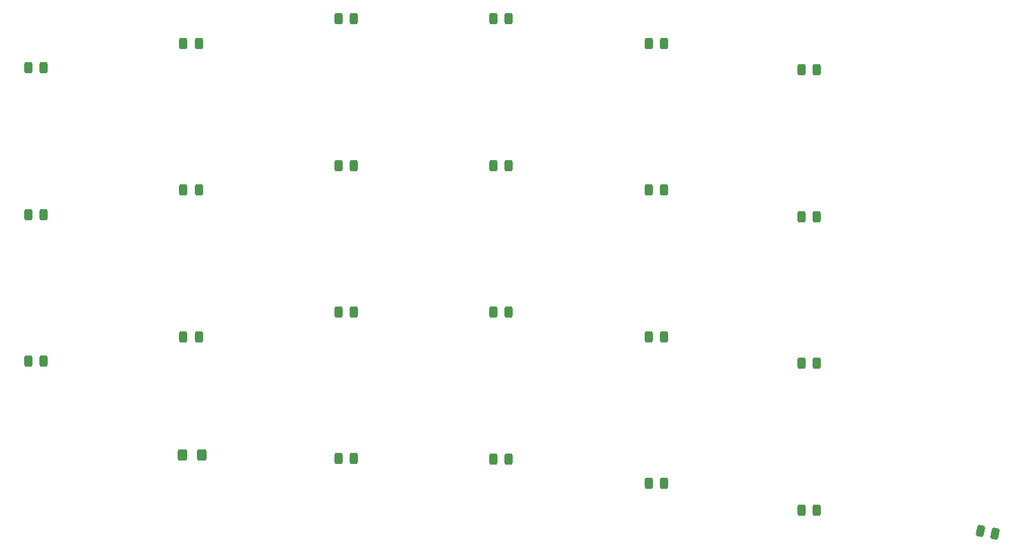
<source format=gtp>
G04 #@! TF.GenerationSoftware,KiCad,Pcbnew,7.0.5-0*
G04 #@! TF.CreationDate,2023-09-10T21:21:40+09:30*
G04 #@! TF.ProjectId,Rolio,526f6c69-6f2e-46b6-9963-61645f706362,rev?*
G04 #@! TF.SameCoordinates,Original*
G04 #@! TF.FileFunction,Paste,Top*
G04 #@! TF.FilePolarity,Positive*
%FSLAX46Y46*%
G04 Gerber Fmt 4.6, Leading zero omitted, Abs format (unit mm)*
G04 Created by KiCad (PCBNEW 7.0.5-0) date 2023-09-10 21:21:40*
%MOMM*%
%LPD*%
G01*
G04 APERTURE LIST*
G04 Aperture macros list*
%AMRoundRect*
0 Rectangle with rounded corners*
0 $1 Rounding radius*
0 $2 $3 $4 $5 $6 $7 $8 $9 X,Y pos of 4 corners*
0 Add a 4 corners polygon primitive as box body*
4,1,4,$2,$3,$4,$5,$6,$7,$8,$9,$2,$3,0*
0 Add four circle primitives for the rounded corners*
1,1,$1+$1,$2,$3*
1,1,$1+$1,$4,$5*
1,1,$1+$1,$6,$7*
1,1,$1+$1,$8,$9*
0 Add four rect primitives between the rounded corners*
20,1,$1+$1,$2,$3,$4,$5,0*
20,1,$1+$1,$4,$5,$6,$7,0*
20,1,$1+$1,$6,$7,$8,$9,0*
20,1,$1+$1,$8,$9,$2,$3,0*%
G04 Aperture macros list end*
%ADD10RoundRect,0.243750X-0.243750X-0.456250X0.243750X-0.456250X0.243750X0.456250X-0.243750X0.456250X0*%
%ADD11RoundRect,0.250000X0.325000X0.450000X-0.325000X0.450000X-0.325000X-0.450000X0.325000X-0.450000X0*%
%ADD12RoundRect,0.243750X-0.333283X-0.395601X0.143564X-0.496958X0.333283X0.395601X-0.143564X0.496958X0*%
G04 APERTURE END LIST*
D10*
X118820500Y-37965000D03*
X120695500Y-37965000D03*
X118820500Y-73965000D03*
X120695500Y-73965000D03*
X99820500Y-37965000D03*
X101695500Y-37965000D03*
X156553400Y-44215000D03*
X158428400Y-44215000D03*
X156553400Y-80215000D03*
X158428400Y-80215000D03*
X99820500Y-91865000D03*
X101695500Y-91865000D03*
X99820500Y-55965000D03*
X101695500Y-55965000D03*
X80820500Y-76965000D03*
X82695500Y-76965000D03*
D11*
X83058000Y-91440000D03*
X80658000Y-91440000D03*
D10*
X156553400Y-98215000D03*
X158428400Y-98215000D03*
X61820500Y-79965000D03*
X63695500Y-79965000D03*
X137820500Y-58965000D03*
X139695500Y-58965000D03*
X80820500Y-40965000D03*
X82695500Y-40965000D03*
X137820500Y-94965000D03*
X139695500Y-94965000D03*
X80820500Y-58965000D03*
X82695500Y-58965000D03*
X156553400Y-62260000D03*
X158428400Y-62260000D03*
X118820500Y-55965000D03*
X120695500Y-55965000D03*
X137820500Y-76965000D03*
X139695500Y-76965000D03*
X137820500Y-40965000D03*
X139695500Y-40965000D03*
X99820500Y-73965000D03*
X101695500Y-73965000D03*
X118820500Y-91965000D03*
X120695500Y-91965000D03*
X61820500Y-43965000D03*
X63695500Y-43965000D03*
D12*
X178467955Y-100739947D03*
X180301981Y-101129781D03*
D10*
X61820500Y-61965000D03*
X63695500Y-61965000D03*
M02*

</source>
